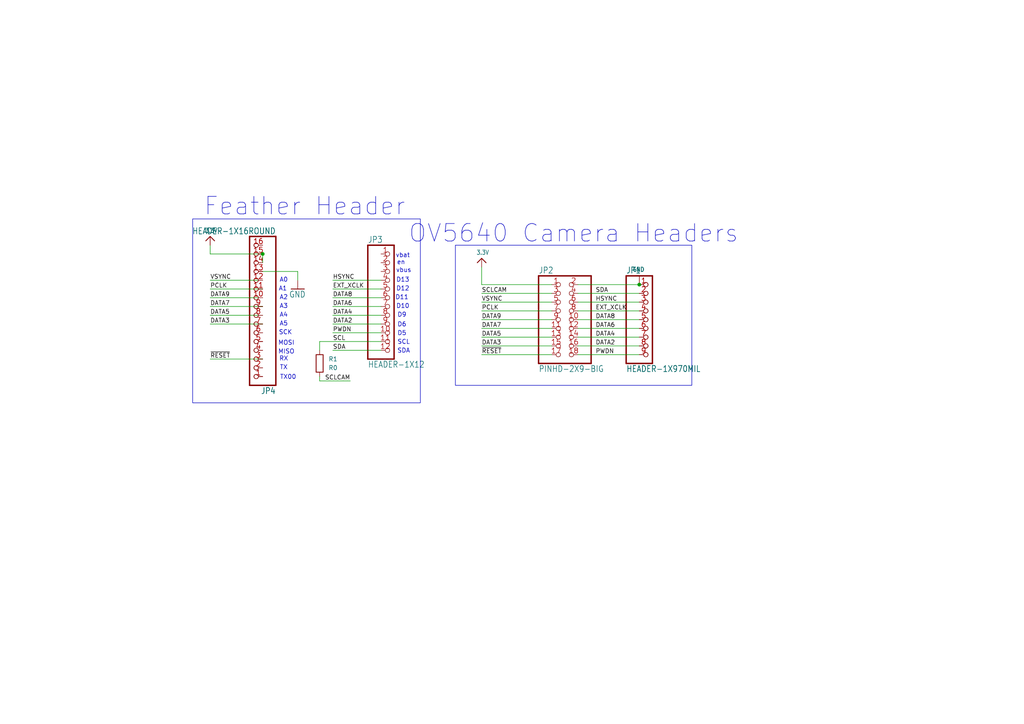
<source format=kicad_sch>
(kicad_sch (version 20250114) (generator "eeschema") (generator_version "9.0")
  (paper "A4")
  (lib_symbols
    (symbol "Adafruit ESP32-S3 8MB No PSRAM-eagle-import:microbuilder_3.3V" (power)
      (symbol "microbuilder_3.3V_1_0"
        (polyline (pts (xy -1.27 -1.27) (xy 0 0)) (stroke (width 0.254)))
        (polyline (pts (xy 0 0) (xy 1.27 -1.27)) (stroke (width 0.254)))
        (pin power_in line (at 0 -2.54 90) (length 2.54) (name "3.3V") (number "1"))
      )
    )
    (symbol "Adafruit ESP32-S3 8MB No PSRAM-eagle-import:microbuilder_HEADER-1X12"
      (property "Reference" "JP" (at -6.35 18.415 0))
      (symbol "microbuilder_HEADER-1X12_1_0"
        (polyline (pts (xy -6.35 17.78) (xy -6.35 -15.24)) (stroke (width 0.4064)))
        (polyline (pts (xy -6.35 -15.24) (xy 1.27 -15.24)) (stroke (width 0.4064)))
        (polyline (pts (xy 1.27 17.78) (xy -6.35 17.78)) (stroke (width 0.4064)))
        (polyline (pts (xy 1.27 -15.24) (xy 1.27 17.78)) (stroke (width 0.4064)))
        (pin passive inverted (at -2.54 15.24 0) (length 2.54) (name "1") (number "1"))
        (pin passive inverted (at -2.54 12.7 0) (length 2.54) (name "2") (number "2"))
        (pin passive inverted (at -2.54 10.16 0) (length 2.54) (name "3") (number "3"))
        (pin passive inverted (at -2.54 7.62 0) (length 2.54) (name "4") (number "4"))
        (pin passive inverted (at -2.54 5.08 0) (length 2.54) (name "5") (number "5"))
        (pin passive inverted (at -2.54 2.54 0) (length 2.54) (name "6") (number "6"))
        (pin passive inverted (at -2.54 0 0) (length 2.54) (name "7") (number "7"))
        (pin passive inverted (at -2.54 -2.54 0) (length 2.54) (name "8") (number "8"))
        (pin passive inverted (at -2.54 -5.08 0) (length 2.54) (name "9") (number "9"))
        (pin passive inverted (at -2.54 -7.62 0) (length 2.54) (name "10") (number "10"))
        (pin passive inverted (at -2.54 -10.16 0) (length 2.54) (name "11") (number "11"))
        (pin passive inverted (at -2.54 -12.7 0) (length 2.54) (name "12") (number "12"))
      )
    )
    (symbol "Adafruit ESP32-S3 8MB No PSRAM-eagle-import:microbuilder_HEADER-1X16ROUND"
      (property "Reference" "JP" (at -6.35 20.955 0))
      (symbol "microbuilder_HEADER-1X16ROUND_1_0"
        (polyline (pts (xy -6.35 20.32) (xy -6.35 -22.86)) (stroke (width 0.4064)))
        (polyline (pts (xy -6.35 -22.86) (xy 1.27 -22.86)) (stroke (width 0.4064)))
        (polyline (pts (xy 1.27 20.32) (xy -6.35 20.32)) (stroke (width 0.4064)))
        (polyline (pts (xy 1.27 -22.86) (xy 1.27 20.32)) (stroke (width 0.4064)))
        (pin passive inverted (at -2.54 17.78 0) (length 2.54) (name "1") (number "1"))
        (pin passive inverted (at -2.54 15.24 0) (length 2.54) (name "2") (number "2"))
        (pin passive inverted (at -2.54 12.7 0) (length 2.54) (name "3") (number "3"))
        (pin passive inverted (at -2.54 10.16 0) (length 2.54) (name "4") (number "4"))
        (pin passive inverted (at -2.54 7.62 0) (length 2.54) (name "5") (number "5"))
        (pin passive inverted (at -2.54 5.08 0) (length 2.54) (name "6") (number "6"))
        (pin passive inverted (at -2.54 2.54 0) (length 2.54) (name "7") (number "7"))
        (pin passive inverted (at -2.54 0 0) (length 2.54) (name "8") (number "8"))
        (pin passive inverted (at -2.54 -2.54 0) (length 2.54) (name "9") (number "9"))
        (pin passive inverted (at -2.54 -5.08 0) (length 2.54) (name "10") (number "10"))
        (pin passive inverted (at -2.54 -7.62 0) (length 2.54) (name "11") (number "11"))
        (pin passive inverted (at -2.54 -10.16 0) (length 2.54) (name "12") (number "12"))
        (pin passive inverted (at -2.54 -12.7 0) (length 2.54) (name "13") (number "13"))
        (pin passive inverted (at -2.54 -15.24 0) (length 2.54) (name "14") (number "14"))
        (pin passive inverted (at -2.54 -17.78 0) (length 2.54) (name "15") (number "15"))
        (pin passive inverted (at -2.54 -20.32 0) (length 2.54) (name "16") (number "16"))
      )
    )
    (symbol "Adafruit ESP32-S3 8MB No PSRAM-eagle-import:supply1_371_GND" (power)
      (symbol "supply1_371_GND_1_0"
        (polyline (pts (xy -1.905 0) (xy 1.905 0)) (stroke (width 0.254)))
        (pin power_in line (at 0 2.54 270) (length 2.54) (name "GND") (number "1"))
      )
    )
    (symbol "Adafruit OV5640 Breakout-eagle-import:3.3V" (power)
      (symbol "3.3V_1_0"
        (polyline (pts (xy -1.27 -1.27) (xy 0 0)) (stroke (width 0.254)))
        (polyline (pts (xy 0 0) (xy 1.27 -1.27)) (stroke (width 0.254)))
        (pin power_in line (at 0 -2.54 90) (length 2.54) (name "3.3V") (number "1"))
      )
    )
    (symbol "Adafruit OV5640 Breakout-eagle-import:GND" (power)
      (symbol "GND_1_0"
        (polyline (pts (xy -1.27 0) (xy 1.27 0)) (stroke (width 0.254)))
        (pin power_in line (at 0 2.54 270) (length 2.54) (name "GND") (number "1"))
      )
    )
    (symbol "Adafruit OV5640 Breakout-eagle-import:HEADER-1X970MIL"
      (property "Reference" "JP" (at -6.35 13.335 0))
      (symbol "HEADER-1X970MIL_1_0"
        (polyline (pts (xy -6.35 12.7) (xy -6.35 -12.7)) (stroke (width 0.4064)))
        (polyline (pts (xy -6.35 -12.7) (xy 1.27 -12.7)) (stroke (width 0.4064)))
        (polyline (pts (xy 1.27 12.7) (xy -6.35 12.7)) (stroke (width 0.4064)))
        (polyline (pts (xy 1.27 -12.7) (xy 1.27 12.7)) (stroke (width 0.4064)))
        (pin passive inverted (at -2.54 10.16 0) (length 2.54) (name "1") (number "1"))
        (pin passive inverted (at -2.54 7.62 0) (length 2.54) (name "2") (number "2"))
        (pin passive inverted (at -2.54 5.08 0) (length 2.54) (name "3") (number "3"))
        (pin passive inverted (at -2.54 2.54 0) (length 2.54) (name "4") (number "4"))
        (pin passive inverted (at -2.54 0 0) (length 2.54) (name "5") (number "5"))
        (pin passive inverted (at -2.54 -2.54 0) (length 2.54) (name "6") (number "6"))
        (pin passive inverted (at -2.54 -5.08 0) (length 2.54) (name "7") (number "7"))
        (pin passive inverted (at -2.54 -7.62 0) (length 2.54) (name "8") (number "8"))
        (pin passive inverted (at -2.54 -10.16 0) (length 2.54) (name "9") (number "9"))
      )
    )
    (symbol "Adafruit OV5640 Breakout-eagle-import:PINHD-2X9-BIG"
      (property "Reference" "JP" (at -6.35 13.335 0))
      (symbol "PINHD-2X9-BIG_1_0"
        (polyline (pts (xy -6.35 12.7) (xy -6.35 -12.7)) (stroke (width 0.4064)))
        (polyline (pts (xy -6.35 -12.7) (xy 8.89 -12.7)) (stroke (width 0.4064)))
        (polyline (pts (xy 8.89 12.7) (xy -6.35 12.7)) (stroke (width 0.4064)))
        (polyline (pts (xy 8.89 -12.7) (xy 8.89 12.7)) (stroke (width 0.4064)))
        (pin passive inverted (at -2.54 10.16 0) (length 2.54) (name "1") (number "1"))
        (pin passive inverted (at -2.54 7.62 0) (length 2.54) (name "3") (number "3"))
        (pin passive inverted (at -2.54 5.08 0) (length 2.54) (name "5") (number "5"))
        (pin passive inverted (at -2.54 2.54 0) (length 2.54) (name "7") (number "7"))
        (pin passive inverted (at -2.54 0 0) (length 2.54) (name "9") (number "9"))
        (pin passive inverted (at -2.54 -2.54 0) (length 2.54) (name "11") (number "11"))
        (pin passive inverted (at -2.54 -5.08 0) (length 2.54) (name "13") (number "13"))
        (pin passive inverted (at -2.54 -7.62 0) (length 2.54) (name "15") (number "15"))
        (pin passive inverted (at -2.54 -10.16 0) (length 2.54) (name "17") (number "17"))
        (pin passive inverted (at 5.08 10.16 180) (length 2.54) (name "2") (number "2"))
        (pin passive inverted (at 5.08 7.62 180) (length 2.54) (name "4") (number "4"))
        (pin passive inverted (at 5.08 5.08 180) (length 2.54) (name "6") (number "6"))
        (pin passive inverted (at 5.08 2.54 180) (length 2.54) (name "8") (number "8"))
        (pin passive inverted (at 5.08 0 180) (length 2.54) (name "10") (number "10"))
        (pin passive inverted (at 5.08 -2.54 180) (length 2.54) (name "12") (number "12"))
        (pin passive inverted (at 5.08 -5.08 180) (length 2.54) (name "14") (number "14"))
        (pin passive inverted (at 5.08 -7.62 180) (length 2.54) (name "16") (number "16"))
        (pin passive inverted (at 5.08 -10.16 180) (length 2.54) (name "18") (number "18"))
      )
    )
    (symbol "Device:R" (pin_numbers (hide yes)) (pin_names (offset 0))
      (property "Reference" "R" (at 2.032 0 90))
      (property "Value" "R" (at 0 0 90))
      (symbol "R_0_1"
        (rectangle (start -1.016 -2.54) (end 1.016 2.54) (stroke (width 0.254)))
      )
      (symbol "R_1_1"
        (pin passive line (at 0 3.81 270) (length 1.27) (name "~") (number "1"))
        (pin passive line (at 0 -3.81 90) (length 1.27) (name "~") (number "2"))
      )
    )
  )
  (rectangle (start 132.08 71.12) (end 200.66 111.76))
  (rectangle (start 55.88 63.5) (end 121.92 116.84))
  (text "D12" (at 116.84 83.82 0) (effects (font (size 1.27 1.27))))
  (text "D11" (at 116.586 86.36 0) (effects (font (size 1.27 1.27))))
  (text "A1" (at 82.042 83.82 0) (effects (font (size 1.27 1.27))))
  (text "MISO" (at 83.058 102.108 0) (effects (font (size 1.27 1.27))))
  (text "SCL" (at 117.094 99.314 0) (effects (font (size 1.27 1.27))))
  (text "vbus" (at 117.094 78.486 0) (effects (font (size 1.27 1.27))))
  (text "D13" (at 116.84 81.28 0) (effects (font (size 1.27 1.27))))
  (text "D5" (at 116.586 96.774 0) (effects (font (size 1.27 1.27))))
  (text "MOSI" (at 83.058 99.568 0) (effects (font (size 1.27 1.27))))
  (text "D10" (at 116.84 88.9 0) (effects (font (size 1.27 1.27))))
  (text "SCK" (at 82.804 96.52 0) (effects (font (size 1.27 1.27))))
  (text "Feather Header\n" (at 88.392 59.944 0) (effects (font (size 5.08 5.08))))
  (text "TX00" (at 83.566 109.474 0) (effects (font (size 1.27 1.27))))
  (text "TX" (at 82.296 106.68 0) (effects (font (size 1.27 1.27))))
  (text "SDA" (at 117.094 101.854 0) (effects (font (size 1.27 1.27))))
  (text "A2" (at 82.296 86.36 0) (effects (font (size 1.27 1.27))))
  (text "A5" (at 82.296 93.98 0) (effects (font (size 1.27 1.27))))
  (text "A4" (at 82.296 91.44 0) (effects (font (size 1.27 1.27))))
  (text "D9" (at 116.586 91.44 0) (effects (font (size 1.27 1.27))))
  (text "D6" (at 116.586 94.234 0) (effects (font (size 1.27 1.27))))
  (text "A0" (at 82.296 81.28 0) (effects (font (size 1.27 1.27))))
  (text "OV5640 Camera Headers" (at 166.37 67.818 0) (effects (font (size 5.08 5.08))))
  (text "vbat" (at 116.84 74.168 0) (effects (font (size 1.27 1.27))))
  (text "en" (at 116.332 76.2 0) (effects (font (size 1.27 1.27))))
  (text "A3" (at 82.296 88.9 0) (effects (font (size 1.27 1.27))))
  (text "RX" (at 82.296 104.14 0) (effects (font (size 1.27 1.27))))
  (junction (at 185.42 82.55))
  (junction (at 76.2 73.66))
  (wire (pts (xy 160.02 82.55) (xy 139.7 82.55)) (stroke (width 0.1524)))
  (wire (pts (xy 167.64 85.09) (xy 185.42 85.09)) (stroke (width 0.1524)))
  (wire (pts (xy 139.7 82.55) (xy 139.7 77.47)) (stroke (width 0.1524)))
  (wire (pts (xy 160.02 87.63) (xy 139.7 87.63)) (stroke (width 0.1524)))
  (wire (pts (xy 76.2 91.44) (xy 60.96 91.44)) (stroke (width 0.1524)))
  (wire (pts (xy 139.7 97.79) (xy 160.02 97.79)) (stroke (width 0.1524)))
  (wire (pts (xy 92.71 109.22) (xy 92.71 110.49)))
  (wire (pts (xy 92.71 110.49) (xy 101.6 110.49)))
  (wire (pts (xy 96.52 88.9) (xy 110.49 88.9)) (stroke (width 0.1524)))
  (wire (pts (xy 167.64 102.87) (xy 185.42 102.87)) (stroke (width 0.1524)))
  (wire (pts (xy 110.49 96.52) (xy 96.52 96.52)) (stroke (width 0.1524)))
  (wire (pts (xy 96.52 83.82) (xy 110.49 83.82)) (stroke (width 0.1524)))
  (wire (pts (xy 60.96 73.66) (xy 76.2 73.66)) (stroke (width 0.1524)))
  (wire (pts (xy 167.64 90.17) (xy 185.42 90.17)) (stroke (width 0.1524)))
  (wire (pts (xy 76.2 83.82) (xy 60.96 83.82)) (stroke (width 0.1524)))
  (wire (pts (xy 160.02 100.33) (xy 139.7 100.33)) (stroke (width 0.1524)))
  (wire (pts (xy 167.64 92.71) (xy 185.42 92.71)) (stroke (width 0.1524)))
  (wire (pts (xy 60.96 88.9) (xy 76.2 88.9)) (stroke (width 0.1524)))
  (wire (pts (xy 60.96 71.12) (xy 60.96 73.66)) (stroke (width 0.1524)))
  (wire (pts (xy 160.02 90.17) (xy 139.7 90.17)) (stroke (width 0.1524)))
  (wire (pts (xy 76.2 76.2) (xy 76.2 73.66)) (stroke (width 0.1524)))
  (wire (pts (xy 160.02 95.25) (xy 139.7 95.25)) (stroke (width 0.1524)))
  (wire (pts (xy 167.64 82.55) (xy 185.42 82.55)) (stroke (width 0.1524)))
  (wire (pts (xy 167.64 100.33) (xy 185.42 100.33)) (stroke (width 0.1524)))
  (wire (pts (xy 96.52 101.6) (xy 110.49 101.6)) (stroke (width 0.1524)))
  (wire (pts (xy 76.2 81.28) (xy 60.96 81.28)) (stroke (width 0.1524)))
  (wire (pts (xy 185.42 97.79) (xy 167.64 97.79)) (stroke (width 0.1524)))
  (wire (pts (xy 76.2 104.14) (xy 60.96 104.14)) (stroke (width 0.1524)))
  (wire (pts (xy 160.02 85.09) (xy 139.7 85.09)) (stroke (width 0.1524)))
  (wire (pts (xy 96.52 93.98) (xy 110.49 93.98)) (stroke (width 0.1524)))
  (wire (pts (xy 86.36 78.74) (xy 86.36 81.28)) (stroke (width 0.1524)))
  (wire (pts (xy 139.7 102.87) (xy 160.02 102.87)) (stroke (width 0.1524)))
  (wire (pts (xy 110.49 81.28) (xy 96.52 81.28)) (stroke (width 0.1524)))
  (wire (pts (xy 167.64 87.63) (xy 185.42 87.63)) (stroke (width 0.1524)))
  (wire (pts (xy 96.52 91.44) (xy 110.49 91.44)) (stroke (width 0.1524)))
  (wire (pts (xy 76.2 78.74) (xy 86.36 78.74)) (stroke (width 0.1524)))
  (wire (pts (xy 167.64 95.25) (xy 185.42 95.25)) (stroke (width 0.1524)))
  (wire (pts (xy 76.2 86.36) (xy 60.96 86.36)) (stroke (width 0.1524)))
  (wire (pts (xy 92.71 101.6) (xy 92.71 99.06)) (stroke (width 0.1524)))
  (wire (pts (xy 139.7 92.71) (xy 160.02 92.71)) (stroke (width 0.1524)))
  (wire (pts (xy 110.49 86.36) (xy 96.52 86.36)) (stroke (width 0.1524)))
  (wire (pts (xy 92.71 99.06) (xy 110.49 99.06)) (stroke (width 0.1524)))
  (wire (pts (xy 76.2 93.98) (xy 60.96 93.98)) (stroke (width 0.1524)))
  (label "VSYNC" (at 60.96 81.28 0) (effects (font (size 1.2446 1.2446))))
  (label "~{RESET}" (at 139.7 102.87 0) (effects (font (size 1.2446 1.2446))))
  (label "DATA9" (at 60.96 86.36 0) (effects (font (size 1.2446 1.2446))))
  (label "DATA8" (at 96.52 86.36 0) (effects (font (size 1.2446 1.2446))))
  (label "EXT_XCLK" (at 172.72 90.17 0) (effects (font (size 1.2446 1.2446))))
  (label "DATA4" (at 96.52 91.44 0) (effects (font (size 1.2446 1.2446))))
  (label "~{RESET}" (at 60.96 104.14 0) (effects (font (size 1.2446 1.2446))))
  (label "DATA2" (at 96.52 93.98 0) (effects (font (size 1.2446 1.2446))))
  (label "DATA4" (at 172.72 97.79 0) (effects (font (size 1.2446 1.2446))))
  (label "SDA" (at 96.52 101.6 0))
  (label "VSYNC" (at 139.7 87.63 0) (effects (font (size 1.2446 1.2446))))
  (label "HSYNC" (at 172.72 87.63 0) (effects (font (size 1.2446 1.2446))))
  (label "PCLK" (at 60.96 83.82 0) (effects (font (size 1.2446 1.2446))))
  (label "HSYNC" (at 96.52 81.28 0) (effects (font (size 1.2446 1.2446))))
  (label "SCL" (at 96.52 99.06 0))
  (label "DATA5" (at 139.7 97.79 0) (effects (font (size 1.2446 1.2446))))
  (label "DATA9" (at 139.7 92.71 0) (effects (font (size 1.2446 1.2446))))
  (label "DATA8" (at 172.72 92.71 0) (effects (font (size 1.2446 1.2446))))
  (label "DATA6" (at 96.52 88.9 0) (effects (font (size 1.2446 1.2446))))
  (label "SCLCAM" (at 101.6 110.49 180) (effects (font (size 1.2446 1.2446))))
  (label "DATA7" (at 60.96 88.9 0) (effects (font (size 1.2446 1.2446))))
  (label "EXT_XCLK" (at 96.52 83.82 0) (effects (font (size 1.2446 1.2446))))
  (label "DATA6" (at 172.72 95.25 0) (effects (font (size 1.2446 1.2446))))
  (label "PWDN" (at 172.72 102.87 0) (effects (font (size 1.2446 1.2446))))
  (label "DATA5" (at 60.96 91.44 0) (effects (font (size 1.2446 1.2446))))
  (label "DATA3" (at 60.96 93.98 0) (effects (font (size 1.2446 1.2446))))
  (label "SCLCAM" (at 139.7 85.09 0) (effects (font (size 1.2446 1.2446))))
  (label "SDA" (at 172.72 85.09 0) (effects (font (size 1.2446 1.2446))))
  (label "PCLK" (at 139.7 90.17 0) (effects (font (size 1.2446 1.2446))))
  (label "DATA3" (at 139.7 100.33 0) (effects (font (size 1.2446 1.2446))))
  (label "DATA7" (at 139.7 95.25 0) (effects (font (size 1.2446 1.2446))))
  (label "DATA2" (at 172.72 100.33 0) (effects (font (size 1.2446 1.2446))))
  (label "PWDN" (at 96.52 96.52 0) (effects (font (size 1.2446 1.2446))))
  (symbol (lib_id "Adafruit ESP32-S3 8MB No PSRAM-eagle-import:supply1_371_GND") (at 86.36 83.82 0) (unit 1)
    (property "Reference" "#GND04" (effects (hide yes)))
    (property "Value" "GND" (at 83.82 86.36 0) (effects (font (size 1.778 1.5113)) (justify left bottom)))
  )
  (symbol (lib_id "Adafruit OV5640 Breakout-eagle-import:HEADER-1X970MIL") (at 187.96 92.71 0) (unit 1)
    (property "Reference" "JP1" (at 181.61 79.375 0) (effects (font (size 1.778 1.5113)) (justify left bottom)))
    (property "Value" "HEADER-1X970MIL" (at 181.61 107.95 0) (effects (font (size 1.778 1.5113)) (justify left bottom)))
    (property "Footprint" "Connector_PinHeader_2.54mm:PinHeader_1x09_P2.54mm_Vertical_SMD_Pin1Left" (effects (hide yes)))
  )
  (symbol (lib_id "Adafruit OV5640 Breakout-eagle-import:GND") (at 185.42 80.01 180) (unit 1)
    (property "Reference" "#U$04" (effects (hide yes)))
    (property "Value" "GND" (at 186.944 77.47 0) (effects (font (size 1.27 1.0795)) (justify left bottom)))
  )
  (symbol (lib_id "Adafruit ESP32-S3 8MB No PSRAM-eagle-import:microbuilder_HEADER-1X16ROUND") (at 73.66 91.44 180) (unit 1)
    (property "Reference" "JP4" (at 80.01 112.395 0) (effects (font (size 1.778 1.5113)) (justify left bottom)))
    (property "Value" "HEADER-1X16ROUND" (at 80.01 66.04 0) (effects (font (size 1.778 1.5113)) (justify left bottom)))
    (property "Footprint" "Connector_PinHeader_2.54mm:PinHeader_1x16_P2.54mm_Vertical" (effects (hide yes)))
  )
  (symbol (lib_id "Device:R") (at 92.71 105.41 0) (unit 1)
    (property "Reference" "R1" (at 95.25 104.1399 0) (effects (justify left)))
    (property "Value" "R0" (at 95.25 106.6799 0) (effects (justify left)))
    (property "Footprint" "Resistor_SMD:R_0805_2012Metric" (effects (hide yes)))
    (property "Description" "Resistor" (effects (hide yes)))
  )
  (symbol (lib_id "Adafruit ESP32-S3 8MB No PSRAM-eagle-import:microbuilder_HEADER-1X12") (at 113.03 88.9 0) (unit 1)
    (property "Reference" "JP3" (at 106.68 70.485 0) (effects (font (size 1.778 1.5113)) (justify left bottom)))
    (property "Value" "HEADER-1X12" (at 106.68 106.68 0) (effects (font (size 1.778 1.5113)) (justify left bottom)))
    (property "Footprint" "Connector_PinSocket_2.54mm:PinSocket_1x12_P2.54mm_Vertical" (effects (hide yes)))
  )
  (symbol (lib_id "Adafruit OV5640 Breakout-eagle-import:3.3V") (at 139.7 74.93 0) (unit 1)
    (property "Reference" "#U$02" (effects (hide yes)))
    (property "Value" "3.3V" (at 138.176 73.914 0) (effects (font (size 1.27 1.0795)) (justify left bottom)))
  )
  (symbol (lib_id "Adafruit OV5640 Breakout-eagle-import:PINHD-2X9-BIG") (at 162.56 92.71 0) (unit 1)
    (property "Reference" "JP2" (at 156.21 79.375 0) (effects (font (size 1.778 1.5113)) (justify left bottom)))
    (property "Value" "PINHD-2X9-BIG" (at 156.21 107.95 0) (effects (font (size 1.778 1.5113)) (justify left bottom)))
    (property "Footprint" "Connector_PinHeader_2.54mm:PinHeader_2x09_P2.54mm_Vertical_SMD" (effects (hide yes)))
  )
  (symbol (lib_id "Adafruit ESP32-S3 8MB No PSRAM-eagle-import:microbuilder_3.3V") (at 60.96 68.58 0) (unit 1)
    (property "Reference" "#U$06" (effects (hide yes)))
    (property "Value" "3.3V" (at 59.436 67.564 0) (effects (font (size 1.27 1.0795)) (justify left bottom)))
  )
)
</source>
